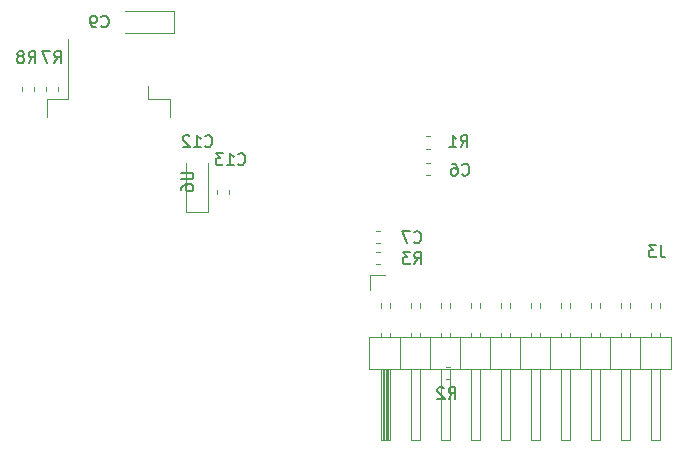
<source format=gbo>
G04 #@! TF.GenerationSoftware,KiCad,Pcbnew,(5.1.4-0)*
G04 #@! TF.CreationDate,2020-04-06T12:50:51+01:00*
G04 #@! TF.ProjectId,Simple_VFO,53696d70-6c65-45f5-9646-4f2e6b696361,rev?*
G04 #@! TF.SameCoordinates,Original*
G04 #@! TF.FileFunction,Legend,Bot*
G04 #@! TF.FilePolarity,Positive*
%FSLAX46Y46*%
G04 Gerber Fmt 4.6, Leading zero omitted, Abs format (unit mm)*
G04 Created by KiCad (PCBNEW (5.1.4-0)) date 2020-04-06 12:50:51*
%MOMM*%
%LPD*%
G04 APERTURE LIST*
%ADD10C,0.120000*%
%ADD11C,0.150000*%
G04 APERTURE END LIST*
D10*
X99796267Y-133760000D02*
X99453733Y-133760000D01*
X99796267Y-132740000D02*
X99453733Y-132740000D01*
X95203733Y-139510000D02*
X95546267Y-139510000D01*
X95203733Y-138490000D02*
X95546267Y-138490000D01*
X74032500Y-119873000D02*
X78117500Y-119873000D01*
X78117500Y-119873000D02*
X78117500Y-121743000D01*
X78117500Y-121743000D02*
X74032500Y-121743000D01*
X79135000Y-136855500D02*
X79135000Y-132770500D01*
X81005000Y-136855500D02*
X79135000Y-136855500D01*
X81005000Y-132770500D02*
X81005000Y-136855500D01*
X81810000Y-135011733D02*
X81810000Y-135354267D01*
X82830000Y-135011733D02*
X82830000Y-135354267D01*
X99796267Y-130490000D02*
X99453733Y-130490000D01*
X99796267Y-131510000D02*
X99453733Y-131510000D01*
X101160733Y-149985000D02*
X101503267Y-149985000D01*
X101160733Y-151005000D02*
X101503267Y-151005000D01*
X95203733Y-140240000D02*
X95546267Y-140240000D01*
X95203733Y-141260000D02*
X95546267Y-141260000D01*
X67310000Y-126604267D02*
X67310000Y-126261733D01*
X68330000Y-126604267D02*
X68330000Y-126261733D01*
X65310000Y-126261733D02*
X65310000Y-126604267D01*
X66330000Y-126261733D02*
X66330000Y-126604267D01*
X67370000Y-128858000D02*
X67370000Y-127358000D01*
X67370000Y-127358000D02*
X69180000Y-127358000D01*
X69180000Y-127358000D02*
X69180000Y-122233000D01*
X77770000Y-128858000D02*
X77770000Y-127358000D01*
X77770000Y-127358000D02*
X75960000Y-127358000D01*
X75960000Y-127358000D02*
X75960000Y-126258000D01*
X94682000Y-147490000D02*
X120202000Y-147490000D01*
X120202000Y-147490000D02*
X120202000Y-150150000D01*
X120202000Y-150150000D02*
X94682000Y-150150000D01*
X94682000Y-150150000D02*
X94682000Y-147490000D01*
X95632000Y-150150000D02*
X95632000Y-156150000D01*
X95632000Y-156150000D02*
X96392000Y-156150000D01*
X96392000Y-156150000D02*
X96392000Y-150150000D01*
X95692000Y-150150000D02*
X95692000Y-156150000D01*
X95812000Y-150150000D02*
X95812000Y-156150000D01*
X95932000Y-150150000D02*
X95932000Y-156150000D01*
X96052000Y-150150000D02*
X96052000Y-156150000D01*
X96172000Y-150150000D02*
X96172000Y-156150000D01*
X96292000Y-150150000D02*
X96292000Y-156150000D01*
X95632000Y-147092929D02*
X95632000Y-147490000D01*
X96392000Y-147092929D02*
X96392000Y-147490000D01*
X95632000Y-144620000D02*
X95632000Y-145007071D01*
X96392000Y-144620000D02*
X96392000Y-145007071D01*
X97282000Y-147490000D02*
X97282000Y-150150000D01*
X98172000Y-150150000D02*
X98172000Y-156150000D01*
X98172000Y-156150000D02*
X98932000Y-156150000D01*
X98932000Y-156150000D02*
X98932000Y-150150000D01*
X98172000Y-147092929D02*
X98172000Y-147490000D01*
X98932000Y-147092929D02*
X98932000Y-147490000D01*
X98172000Y-144552929D02*
X98172000Y-145007071D01*
X98932000Y-144552929D02*
X98932000Y-145007071D01*
X99822000Y-147490000D02*
X99822000Y-150150000D01*
X100712000Y-150150000D02*
X100712000Y-156150000D01*
X100712000Y-156150000D02*
X101472000Y-156150000D01*
X101472000Y-156150000D02*
X101472000Y-150150000D01*
X100712000Y-147092929D02*
X100712000Y-147490000D01*
X101472000Y-147092929D02*
X101472000Y-147490000D01*
X100712000Y-144552929D02*
X100712000Y-145007071D01*
X101472000Y-144552929D02*
X101472000Y-145007071D01*
X102362000Y-147490000D02*
X102362000Y-150150000D01*
X103252000Y-150150000D02*
X103252000Y-156150000D01*
X103252000Y-156150000D02*
X104012000Y-156150000D01*
X104012000Y-156150000D02*
X104012000Y-150150000D01*
X103252000Y-147092929D02*
X103252000Y-147490000D01*
X104012000Y-147092929D02*
X104012000Y-147490000D01*
X103252000Y-144552929D02*
X103252000Y-145007071D01*
X104012000Y-144552929D02*
X104012000Y-145007071D01*
X104902000Y-147490000D02*
X104902000Y-150150000D01*
X105792000Y-150150000D02*
X105792000Y-156150000D01*
X105792000Y-156150000D02*
X106552000Y-156150000D01*
X106552000Y-156150000D02*
X106552000Y-150150000D01*
X105792000Y-147092929D02*
X105792000Y-147490000D01*
X106552000Y-147092929D02*
X106552000Y-147490000D01*
X105792000Y-144552929D02*
X105792000Y-145007071D01*
X106552000Y-144552929D02*
X106552000Y-145007071D01*
X107442000Y-147490000D02*
X107442000Y-150150000D01*
X108332000Y-150150000D02*
X108332000Y-156150000D01*
X108332000Y-156150000D02*
X109092000Y-156150000D01*
X109092000Y-156150000D02*
X109092000Y-150150000D01*
X108332000Y-147092929D02*
X108332000Y-147490000D01*
X109092000Y-147092929D02*
X109092000Y-147490000D01*
X108332000Y-144552929D02*
X108332000Y-145007071D01*
X109092000Y-144552929D02*
X109092000Y-145007071D01*
X109982000Y-147490000D02*
X109982000Y-150150000D01*
X110872000Y-150150000D02*
X110872000Y-156150000D01*
X110872000Y-156150000D02*
X111632000Y-156150000D01*
X111632000Y-156150000D02*
X111632000Y-150150000D01*
X110872000Y-147092929D02*
X110872000Y-147490000D01*
X111632000Y-147092929D02*
X111632000Y-147490000D01*
X110872000Y-144552929D02*
X110872000Y-145007071D01*
X111632000Y-144552929D02*
X111632000Y-145007071D01*
X112522000Y-147490000D02*
X112522000Y-150150000D01*
X113412000Y-150150000D02*
X113412000Y-156150000D01*
X113412000Y-156150000D02*
X114172000Y-156150000D01*
X114172000Y-156150000D02*
X114172000Y-150150000D01*
X113412000Y-147092929D02*
X113412000Y-147490000D01*
X114172000Y-147092929D02*
X114172000Y-147490000D01*
X113412000Y-144552929D02*
X113412000Y-145007071D01*
X114172000Y-144552929D02*
X114172000Y-145007071D01*
X115062000Y-147490000D02*
X115062000Y-150150000D01*
X115952000Y-150150000D02*
X115952000Y-156150000D01*
X115952000Y-156150000D02*
X116712000Y-156150000D01*
X116712000Y-156150000D02*
X116712000Y-150150000D01*
X115952000Y-147092929D02*
X115952000Y-147490000D01*
X116712000Y-147092929D02*
X116712000Y-147490000D01*
X115952000Y-144552929D02*
X115952000Y-145007071D01*
X116712000Y-144552929D02*
X116712000Y-145007071D01*
X117602000Y-147490000D02*
X117602000Y-150150000D01*
X118492000Y-150150000D02*
X118492000Y-156150000D01*
X118492000Y-156150000D02*
X119252000Y-156150000D01*
X119252000Y-156150000D02*
X119252000Y-150150000D01*
X118492000Y-147092929D02*
X118492000Y-147490000D01*
X119252000Y-147092929D02*
X119252000Y-147490000D01*
X118492000Y-144552929D02*
X118492000Y-145007071D01*
X119252000Y-144552929D02*
X119252000Y-145007071D01*
X96012000Y-142240000D02*
X94742000Y-142240000D01*
X94742000Y-142240000D02*
X94742000Y-143510000D01*
D11*
X102528666Y-133707142D02*
X102576285Y-133754761D01*
X102719142Y-133802380D01*
X102814380Y-133802380D01*
X102957238Y-133754761D01*
X103052476Y-133659523D01*
X103100095Y-133564285D01*
X103147714Y-133373809D01*
X103147714Y-133230952D01*
X103100095Y-133040476D01*
X103052476Y-132945238D01*
X102957238Y-132850000D01*
X102814380Y-132802380D01*
X102719142Y-132802380D01*
X102576285Y-132850000D01*
X102528666Y-132897619D01*
X101671523Y-132802380D02*
X101862000Y-132802380D01*
X101957238Y-132850000D01*
X102004857Y-132897619D01*
X102100095Y-133040476D01*
X102147714Y-133230952D01*
X102147714Y-133611904D01*
X102100095Y-133707142D01*
X102052476Y-133754761D01*
X101957238Y-133802380D01*
X101766761Y-133802380D01*
X101671523Y-133754761D01*
X101623904Y-133707142D01*
X101576285Y-133611904D01*
X101576285Y-133373809D01*
X101623904Y-133278571D01*
X101671523Y-133230952D01*
X101766761Y-133183333D01*
X101957238Y-133183333D01*
X102052476Y-133230952D01*
X102100095Y-133278571D01*
X102147714Y-133373809D01*
X98464666Y-139422142D02*
X98512285Y-139469761D01*
X98655142Y-139517380D01*
X98750380Y-139517380D01*
X98893238Y-139469761D01*
X98988476Y-139374523D01*
X99036095Y-139279285D01*
X99083714Y-139088809D01*
X99083714Y-138945952D01*
X99036095Y-138755476D01*
X98988476Y-138660238D01*
X98893238Y-138565000D01*
X98750380Y-138517380D01*
X98655142Y-138517380D01*
X98512285Y-138565000D01*
X98464666Y-138612619D01*
X98131333Y-138517380D02*
X97464666Y-138517380D01*
X97893238Y-139517380D01*
X71986666Y-121165142D02*
X72034285Y-121212761D01*
X72177142Y-121260380D01*
X72272380Y-121260380D01*
X72415238Y-121212761D01*
X72510476Y-121117523D01*
X72558095Y-121022285D01*
X72605714Y-120831809D01*
X72605714Y-120688952D01*
X72558095Y-120498476D01*
X72510476Y-120403238D01*
X72415238Y-120308000D01*
X72272380Y-120260380D01*
X72177142Y-120260380D01*
X72034285Y-120308000D01*
X71986666Y-120355619D01*
X71510476Y-121260380D02*
X71320000Y-121260380D01*
X71224761Y-121212761D01*
X71177142Y-121165142D01*
X71081904Y-121022285D01*
X71034285Y-120831809D01*
X71034285Y-120450857D01*
X71081904Y-120355619D01*
X71129523Y-120308000D01*
X71224761Y-120260380D01*
X71415238Y-120260380D01*
X71510476Y-120308000D01*
X71558095Y-120355619D01*
X71605714Y-120450857D01*
X71605714Y-120688952D01*
X71558095Y-120784190D01*
X71510476Y-120831809D01*
X71415238Y-120879428D01*
X71224761Y-120879428D01*
X71129523Y-120831809D01*
X71081904Y-120784190D01*
X71034285Y-120688952D01*
X80779857Y-131294142D02*
X80827476Y-131341761D01*
X80970333Y-131389380D01*
X81065571Y-131389380D01*
X81208428Y-131341761D01*
X81303666Y-131246523D01*
X81351285Y-131151285D01*
X81398904Y-130960809D01*
X81398904Y-130817952D01*
X81351285Y-130627476D01*
X81303666Y-130532238D01*
X81208428Y-130437000D01*
X81065571Y-130389380D01*
X80970333Y-130389380D01*
X80827476Y-130437000D01*
X80779857Y-130484619D01*
X79827476Y-131389380D02*
X80398904Y-131389380D01*
X80113190Y-131389380D02*
X80113190Y-130389380D01*
X80208428Y-130532238D01*
X80303666Y-130627476D01*
X80398904Y-130675095D01*
X79446523Y-130484619D02*
X79398904Y-130437000D01*
X79303666Y-130389380D01*
X79065571Y-130389380D01*
X78970333Y-130437000D01*
X78922714Y-130484619D01*
X78875095Y-130579857D01*
X78875095Y-130675095D01*
X78922714Y-130817952D01*
X79494142Y-131389380D01*
X78875095Y-131389380D01*
X83573857Y-132818142D02*
X83621476Y-132865761D01*
X83764333Y-132913380D01*
X83859571Y-132913380D01*
X84002428Y-132865761D01*
X84097666Y-132770523D01*
X84145285Y-132675285D01*
X84192904Y-132484809D01*
X84192904Y-132341952D01*
X84145285Y-132151476D01*
X84097666Y-132056238D01*
X84002428Y-131961000D01*
X83859571Y-131913380D01*
X83764333Y-131913380D01*
X83621476Y-131961000D01*
X83573857Y-132008619D01*
X82621476Y-132913380D02*
X83192904Y-132913380D01*
X82907190Y-132913380D02*
X82907190Y-131913380D01*
X83002428Y-132056238D01*
X83097666Y-132151476D01*
X83192904Y-132199095D01*
X82288142Y-131913380D02*
X81669095Y-131913380D01*
X82002428Y-132294333D01*
X81859571Y-132294333D01*
X81764333Y-132341952D01*
X81716714Y-132389571D01*
X81669095Y-132484809D01*
X81669095Y-132722904D01*
X81716714Y-132818142D01*
X81764333Y-132865761D01*
X81859571Y-132913380D01*
X82145285Y-132913380D01*
X82240523Y-132865761D01*
X82288142Y-132818142D01*
X102401666Y-131389380D02*
X102735000Y-130913190D01*
X102973095Y-131389380D02*
X102973095Y-130389380D01*
X102592142Y-130389380D01*
X102496904Y-130437000D01*
X102449285Y-130484619D01*
X102401666Y-130579857D01*
X102401666Y-130722714D01*
X102449285Y-130817952D01*
X102496904Y-130865571D01*
X102592142Y-130913190D01*
X102973095Y-130913190D01*
X101449285Y-131389380D02*
X102020714Y-131389380D01*
X101735000Y-131389380D02*
X101735000Y-130389380D01*
X101830238Y-130532238D01*
X101925476Y-130627476D01*
X102020714Y-130675095D01*
X101385666Y-152725380D02*
X101719000Y-152249190D01*
X101957095Y-152725380D02*
X101957095Y-151725380D01*
X101576142Y-151725380D01*
X101480904Y-151773000D01*
X101433285Y-151820619D01*
X101385666Y-151915857D01*
X101385666Y-152058714D01*
X101433285Y-152153952D01*
X101480904Y-152201571D01*
X101576142Y-152249190D01*
X101957095Y-152249190D01*
X101004714Y-151820619D02*
X100957095Y-151773000D01*
X100861857Y-151725380D01*
X100623761Y-151725380D01*
X100528523Y-151773000D01*
X100480904Y-151820619D01*
X100433285Y-151915857D01*
X100433285Y-152011095D01*
X100480904Y-152153952D01*
X101052333Y-152725380D01*
X100433285Y-152725380D01*
X98464666Y-141295380D02*
X98798000Y-140819190D01*
X99036095Y-141295380D02*
X99036095Y-140295380D01*
X98655142Y-140295380D01*
X98559904Y-140343000D01*
X98512285Y-140390619D01*
X98464666Y-140485857D01*
X98464666Y-140628714D01*
X98512285Y-140723952D01*
X98559904Y-140771571D01*
X98655142Y-140819190D01*
X99036095Y-140819190D01*
X98131333Y-140295380D02*
X97512285Y-140295380D01*
X97845619Y-140676333D01*
X97702761Y-140676333D01*
X97607523Y-140723952D01*
X97559904Y-140771571D01*
X97512285Y-140866809D01*
X97512285Y-141104904D01*
X97559904Y-141200142D01*
X97607523Y-141247761D01*
X97702761Y-141295380D01*
X97988476Y-141295380D01*
X98083714Y-141247761D01*
X98131333Y-141200142D01*
X67984666Y-124277380D02*
X68318000Y-123801190D01*
X68556095Y-124277380D02*
X68556095Y-123277380D01*
X68175142Y-123277380D01*
X68079904Y-123325000D01*
X68032285Y-123372619D01*
X67984666Y-123467857D01*
X67984666Y-123610714D01*
X68032285Y-123705952D01*
X68079904Y-123753571D01*
X68175142Y-123801190D01*
X68556095Y-123801190D01*
X67651333Y-123277380D02*
X66984666Y-123277380D01*
X67413238Y-124277380D01*
X65825666Y-124277380D02*
X66159000Y-123801190D01*
X66397095Y-124277380D02*
X66397095Y-123277380D01*
X66016142Y-123277380D01*
X65920904Y-123325000D01*
X65873285Y-123372619D01*
X65825666Y-123467857D01*
X65825666Y-123610714D01*
X65873285Y-123705952D01*
X65920904Y-123753571D01*
X66016142Y-123801190D01*
X66397095Y-123801190D01*
X65254238Y-123705952D02*
X65349476Y-123658333D01*
X65397095Y-123610714D01*
X65444714Y-123515476D01*
X65444714Y-123467857D01*
X65397095Y-123372619D01*
X65349476Y-123325000D01*
X65254238Y-123277380D01*
X65063761Y-123277380D01*
X64968523Y-123325000D01*
X64920904Y-123372619D01*
X64873285Y-123467857D01*
X64873285Y-123515476D01*
X64920904Y-123610714D01*
X64968523Y-123658333D01*
X65063761Y-123705952D01*
X65254238Y-123705952D01*
X65349476Y-123753571D01*
X65397095Y-123801190D01*
X65444714Y-123896428D01*
X65444714Y-124086904D01*
X65397095Y-124182142D01*
X65349476Y-124229761D01*
X65254238Y-124277380D01*
X65063761Y-124277380D01*
X64968523Y-124229761D01*
X64920904Y-124182142D01*
X64873285Y-124086904D01*
X64873285Y-123896428D01*
X64920904Y-123801190D01*
X64968523Y-123753571D01*
X65063761Y-123705952D01*
X78772380Y-133546095D02*
X79581904Y-133546095D01*
X79677142Y-133593714D01*
X79724761Y-133641333D01*
X79772380Y-133736571D01*
X79772380Y-133927047D01*
X79724761Y-134022285D01*
X79677142Y-134069904D01*
X79581904Y-134117523D01*
X78772380Y-134117523D01*
X78772380Y-135022285D02*
X78772380Y-134831809D01*
X78820000Y-134736571D01*
X78867619Y-134688952D01*
X79010476Y-134593714D01*
X79200952Y-134546095D01*
X79581904Y-134546095D01*
X79677142Y-134593714D01*
X79724761Y-134641333D01*
X79772380Y-134736571D01*
X79772380Y-134927047D01*
X79724761Y-135022285D01*
X79677142Y-135069904D01*
X79581904Y-135117523D01*
X79343809Y-135117523D01*
X79248571Y-135069904D01*
X79200952Y-135022285D01*
X79153333Y-134927047D01*
X79153333Y-134736571D01*
X79200952Y-134641333D01*
X79248571Y-134593714D01*
X79343809Y-134546095D01*
X119345333Y-139712380D02*
X119345333Y-140426666D01*
X119392952Y-140569523D01*
X119488190Y-140664761D01*
X119631047Y-140712380D01*
X119726285Y-140712380D01*
X118964380Y-139712380D02*
X118345333Y-139712380D01*
X118678666Y-140093333D01*
X118535809Y-140093333D01*
X118440571Y-140140952D01*
X118392952Y-140188571D01*
X118345333Y-140283809D01*
X118345333Y-140521904D01*
X118392952Y-140617142D01*
X118440571Y-140664761D01*
X118535809Y-140712380D01*
X118821523Y-140712380D01*
X118916761Y-140664761D01*
X118964380Y-140617142D01*
M02*

</source>
